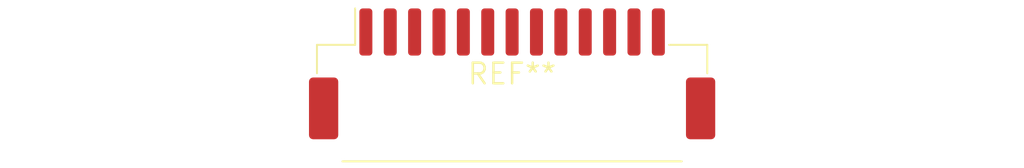
<source format=kicad_pcb>
(kicad_pcb (version 20240108) (generator pcbnew)
  (layers (0 "F.Cu" signal) (31 "B.Cu" signal) (34 "B.Paste" user) (35 "F.Paste" user) (36 "B.SilkS" user "B.Silkscreen") (37 "F.SilkS" user "F.Silkscreen") (38 "B.Mask" user) (39 "F.Mask" user) (44 "Edge.Cuts" user))
  (net 0 "")
  (footprint "Molex_CLIK-Mate_502585-1370_1x13-1MP_P1.50mm_Horizontal" (layer "F.Cu") (at 0 0)
    (property "Reference" "REF**")
    (property "Value" "Molex_CLIK-Mate_502585-1370_1x13-1MP_P1.50mm_Horizontal")
    (fp_line (start -12.01 -1.785) (end -9.66 -1.785) (layer "F.SilkS") (stroke (width 0.12)))
    (fp_line (start -12.01 -0.035) (end -12.01 -1.785) (layer "F.SilkS") (stroke (width 0.12)))
    (fp_line (start -10.44 5.385) (end 10.44 5.385) (layer "F.SilkS") (stroke (width 0.12)))
    (fp_line (start -9.66 -1.785) (end -9.66 -4.025) (layer "F.SilkS") (stroke (width 0.12)))
    (fp_line (start 12.01 -1.785) (end 9.66 -1.785) (layer "F.SilkS") (stroke (width 0.12)))
    (fp_line (start 12.01 -0.035) (end 12.01 -1.785) (layer "F.SilkS") (stroke (width 0.12)))
    (pad "1" smd roundrect (at -9 -2.575) (size 0.8 2.9) (layers "F.Cu" "F.Paste" "F.Mask"))
    (pad "2" smd roundrect (at -7.5 -2.575) (size 0.8 2.9) (layers "F.Cu" "F.Paste" "F.Mask"))
    (pad "3" smd roundrect (at -6 -2.575) (size 0.8 2.9) (layers "F.Cu" "F.Paste" "F.Mask"))
    (pad "4" smd roundrect (at -4.5 -2.575) (size 0.8 2.9) (layers "F.Cu" "F.Paste" "F.Mask"))
    (pad "5" smd roundrect (at -3 -2.575) (size 0.8 2.9) (layers "F.Cu" "F.Paste" "F.Mask"))
    (pad "6" smd roundrect (at -1.5 -2.575) (size 0.8 2.9) (layers "F.Cu" "F.Paste" "F.Mask"))
    (pad "7" smd roundrect (at 0 -2.575) (size 0.8 2.9) (layers "F.Cu" "F.Paste" "F.Mask"))
    (pad "8" smd roundrect (at 1.5 -2.575) (size 0.8 2.9) (layers "F.Cu" "F.Paste" "F.Mask"))
    (pad "9" smd roundrect (at 3 -2.575) (size 0.8 2.9) (layers "F.Cu" "F.Paste" "F.Mask"))
    (pad "10" smd roundrect (at 4.5 -2.575) (size 0.8 2.9) (layers "F.Cu" "F.Paste" "F.Mask"))
    (pad "11" smd roundrect (at 6 -2.575) (size 0.8 2.9) (layers "F.Cu" "F.Paste" "F.Mask"))
    (pad "12" smd roundrect (at 7.5 -2.575) (size 0.8 2.9) (layers "F.Cu" "F.Paste" "F.Mask"))
    (pad "13" smd roundrect (at 9 -2.575) (size 0.8 2.9) (layers "F.Cu" "F.Paste" "F.Mask"))
    (pad "MP" smd roundrect (at -11.6 2.125) (size 1.8 3.8) (layers "F.Cu" "F.Paste" "F.Mask") (roundrect_rratio 0.138889))
    (pad "MP" smd roundrect (at 11.6 2.125) (size 1.8 3.8) (layers "F.Cu" "F.Paste" "F.Mask") (roundrect_rratio 0.138889))
  )
)
</source>
